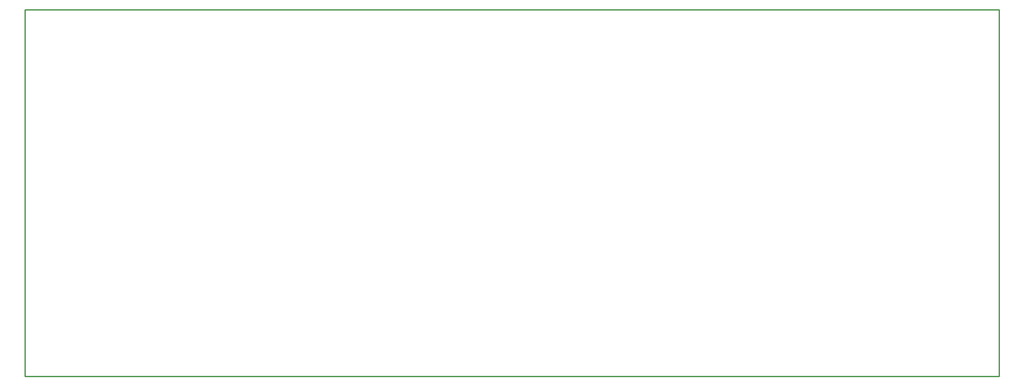
<source format=gbr>
G04 EAGLE Gerber RS-274X export*
G75*
%MOMM*%
%FSLAX34Y34*%
%LPD*%
%IN*%
%IPPOS*%
%AMOC8*
5,1,8,0,0,1.08239X$1,22.5*%
G01*
%ADD10C,0.254000*%


D10*
X0Y0D02*
X1952500Y0D01*
X1952500Y736500D01*
X0Y736500D01*
X0Y0D01*
M02*

</source>
